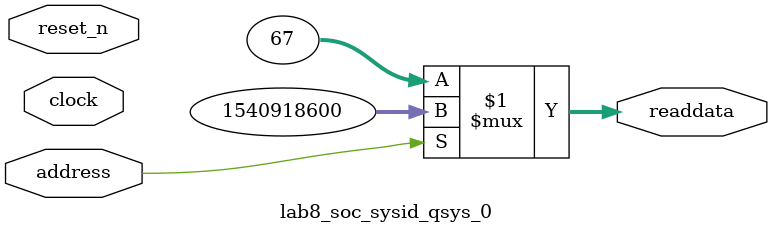
<source format=v>



// synthesis translate_off
`timescale 1ns / 1ps
// synthesis translate_on

// turn off superfluous verilog processor warnings 
// altera message_level Level1 
// altera message_off 10034 10035 10036 10037 10230 10240 10030 

module lab8_soc_sysid_qsys_0 (
               // inputs:
                address,
                clock,
                reset_n,

               // outputs:
                readdata
             )
;

  output  [ 31: 0] readdata;
  input            address;
  input            clock;
  input            reset_n;

  wire    [ 31: 0] readdata;
  //control_slave, which is an e_avalon_slave
  assign readdata = address ? 1540918600 : 67;

endmodule



</source>
